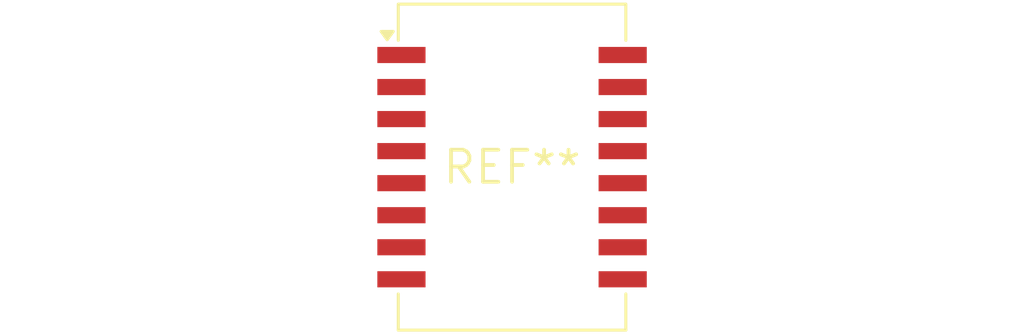
<source format=kicad_pcb>
(kicad_pcb (version 20240108) (generator pcbnew)
  (layers (0 "F.Cu" signal) (31 "B.Cu" signal) (34 "B.Paste" user) (35 "F.Paste" user) (36 "B.SilkS" user "B.Silkscreen") (37 "F.SilkS" user "F.Silkscreen") (38 "B.Mask" user) (39 "F.Mask" user) (44 "Edge.Cuts" user))
  (net 0 "")
  (footprint "Transformer_Ethernet_Wuerth_749013011A" (layer "F.Cu") (at 0 0)
    (property "Reference" "REF**")
    (property "Value" "Transformer_Ethernet_Wuerth_749013011A")
    (fp_line (start -4.51 -6.46) (end -4.51 -5.025) (layer "F.SilkS") (stroke (width 0.12)))
    (fp_line (start -4.51 6.46) (end -4.51 5.025) (layer "F.SilkS") (stroke (width 0.12)))
    (fp_line (start -4.51 6.46) (end 4.51 6.46) (layer "F.SilkS") (stroke (width 0.12)))
    (fp_line (start -4.5 -6.46) (end 4.5 -6.46) (layer "F.SilkS") (stroke (width 0.12)))
    (fp_line (start 4.51 -6.46) (end 4.51 -5.025) (layer "F.SilkS") (stroke (width 0.12)))
    (fp_line (start 4.51 6.46) (end 4.51 5.025) (layer "F.SilkS") (stroke (width 0.12)))
    (fp_poly (pts (xy -4.95 -5.05) (xy -5.19 -5.38) (xy -4.71 -5.38) (xy -4.95 -5.05)) (layer "F.SilkS") (stroke (width 0.12)) (fill solid))
    (pad "1" smd rect (at -4.385 -4.445) (size 1.91 0.64) (layers "F.Cu" "F.Paste" "F.Mask"))
    (pad "2" smd rect (at -4.385 -3.175) (size 1.91 0.64) (layers "F.Cu" "F.Paste" "F.Mask"))
    (pad "3" smd rect (at -4.385 -1.905) (size 1.91 0.64) (layers "F.Cu" "F.Paste" "F.Mask"))
    (pad "4" smd rect (at -4.385 -0.635) (size 1.91 0.64) (layers "F.Cu" "F.Paste" "F.Mask"))
    (pad "5" smd rect (at -4.385 0.635) (size 1.91 0.64) (layers "F.Cu" "F.Paste" "F.Mask"))
    (pad "6" smd rect (at -4.385 1.905) (size 1.91 0.64) (layers "F.Cu" "F.Paste" "F.Mask"))
    (pad "7" smd rect (at -4.385 3.175) (size 1.91 0.64) (layers "F.Cu" "F.Paste" "F.Mask"))
    (pad "8" smd rect (at -4.385 4.445) (size 1.91 0.64) (layers "F.Cu" "F.Paste" "F.Mask"))
    (pad "9" smd rect (at 4.385 4.445) (size 1.91 0.64) (layers "F.Cu" "F.Paste" "F.Mask"))
    (pad "10" smd rect (at 4.385 3.175) (size 1.91 0.64) (layers "F.Cu" "F.Paste" "F.Mask"))
    (pad "11" smd rect (at 4.385 1.905) (size 1.91 0.64) (layers "F.Cu" "F.Paste" "F.Mask"))
    (pad "12" smd rect (at 4.385 0.635) (size 1.91 0.64) (layers "F.Cu" "F.Paste" "F.Mask"))
    (pad "13" smd rect (at 4.385 -0.635) (size 1.91 0.64) (layers "F.Cu" "F.Paste" "F.Mask"))
    (pad "14" smd rect (at 4.385 -1.905) (size 1.91 0.64) (layers "F.Cu" "F.Paste" "F.Mask"))
    (pad "15" smd rect (at 4.385 -3.175) (size 1.91 0.64) (layers "F.Cu" "F.Paste" "F.Mask"))
    (pad "16" smd rect (at 4.385 -4.445) (size 1.91 0.64) (layers "F.Cu" "F.Paste" "F.Mask"))
  )
)
</source>
